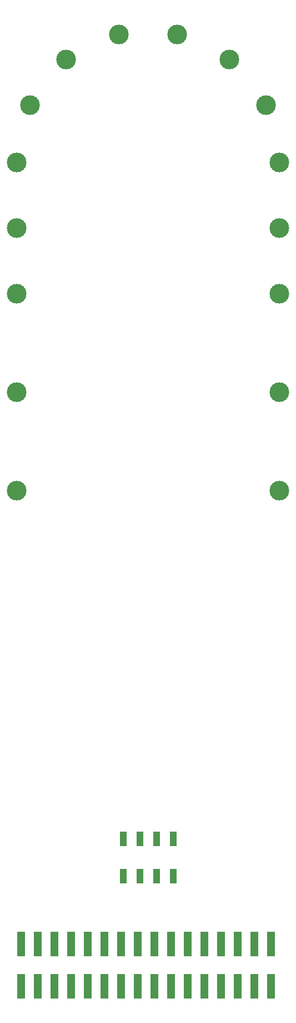
<source format=gtp>
G04 #@! TF.GenerationSoftware,KiCad,Pcbnew,7.0.7*
G04 #@! TF.CreationDate,2024-10-25T09:44:25+02:00*
G04 #@! TF.ProjectId,Benhui_Tongue,42656e68-7569-45f5-946f-6e6775652e6b,rev?*
G04 #@! TF.SameCoordinates,Original*
G04 #@! TF.FileFunction,Paste,Top*
G04 #@! TF.FilePolarity,Positive*
%FSLAX46Y46*%
G04 Gerber Fmt 4.6, Leading zero omitted, Abs format (unit mm)*
G04 Created by KiCad (PCBNEW 7.0.7) date 2024-10-25 09:44:25*
%MOMM*%
%LPD*%
G01*
G04 APERTURE LIST*
%ADD10C,3.000000*%
%ADD11R,1.300000X3.755000*%
%ADD12R,1.010000X2.200000*%
%ADD13R,1.000000X2.200000*%
G04 APERTURE END LIST*
D10*
X99200000Y-59100000D03*
X123650000Y-29601000D03*
X139200000Y-49100000D03*
D11*
X137962500Y-174502500D03*
X137962500Y-168097500D03*
X135422500Y-174502500D03*
X135422500Y-168097500D03*
X132882500Y-174502500D03*
X132882500Y-168097500D03*
X130342500Y-174502500D03*
X130342500Y-168097500D03*
X127802500Y-174502500D03*
X127802500Y-168097500D03*
X125262500Y-174502500D03*
X125262500Y-168097500D03*
X122722500Y-174502500D03*
X122722500Y-168097500D03*
X120182500Y-174502500D03*
X120182500Y-168097500D03*
X117642500Y-174502500D03*
X117642500Y-168097500D03*
X115102500Y-174502500D03*
X115102500Y-168097500D03*
X112562500Y-174502500D03*
X112562500Y-168097500D03*
X110022500Y-174502500D03*
X110022500Y-168097500D03*
X107482500Y-174502500D03*
X107482500Y-168097500D03*
X104942500Y-174502500D03*
X104942500Y-168097500D03*
X102402500Y-174502500D03*
X102402500Y-168097500D03*
X99862500Y-174502500D03*
X99862500Y-168097500D03*
D10*
X131620000Y-33463000D03*
X114750000Y-29601000D03*
X139200000Y-59100000D03*
X99200000Y-99100000D03*
X99200000Y-49100000D03*
X139200000Y-84100000D03*
X99200000Y-84100000D03*
X106730000Y-33463000D03*
D12*
X115395000Y-157700000D03*
D13*
X115390000Y-152100000D03*
X117930000Y-157700000D03*
X117930000Y-152100000D03*
X120470000Y-157700000D03*
X120470000Y-152100000D03*
X123010000Y-157700000D03*
X123010000Y-152100000D03*
D10*
X99200000Y-69100000D03*
X137219000Y-40422000D03*
X139200000Y-99100000D03*
X101181000Y-40422000D03*
X139200000Y-69100000D03*
M02*

</source>
